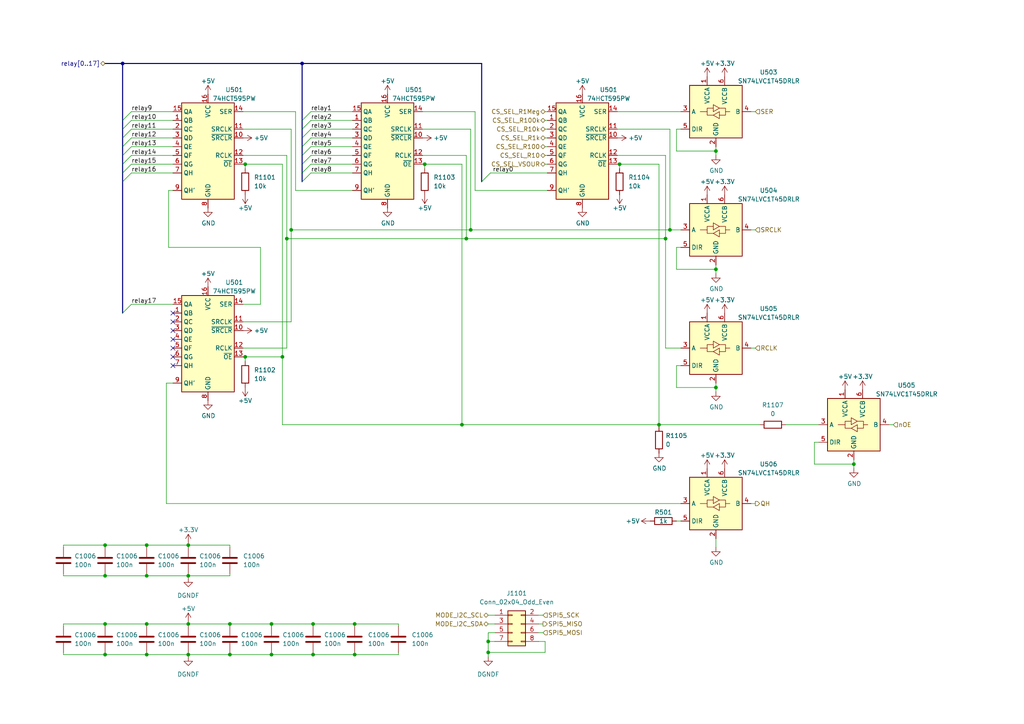
<source format=kicad_sch>
(kicad_sch (version 20230121) (generator eeschema)
  (paper "A4")
  (lib_symbols
    (symbol "74xx:74HCT595"
      (property "Reference" "U" (at -7.62 13.97 0))
      (property "Value" "74HCT595" (at -7.62 -16.51 0))
      (symbol "74HCT595_1_0"
        (pin tri_state line (at 10.16 7.62 180) (length 2.54) (name "QB") (number "1"))
        (pin input line (at -10.16 2.54 0) (length 2.54) (name "~{SRCLR}") (number "10"))
        (pin input line (at -10.16 5.08 0) (length 2.54) (name "SRCLK") (number "11"))
        (pin input line (at -10.16 -2.54 0) (length 2.54) (name "RCLK") (number "12"))
        (pin input line (at -10.16 -5.08 0) (length 2.54) (name "~{OE}") (number "13"))
        (pin input line (at -10.16 10.16 0) (length 2.54) (name "SER") (number "14"))
        (pin tri_state line (at 10.16 10.16 180) (length 2.54) (name "QA") (number "15"))
        (pin power_in line (at 0 15.24 270) (length 2.54) (name "VCC") (number "16"))
        (pin tri_state line (at 10.16 5.08 180) (length 2.54) (name "QC") (number "2"))
        (pin tri_state line (at 10.16 2.54 180) (length 2.54) (name "QD") (number "3"))
        (pin tri_state line (at 10.16 0 180) (length 2.54) (name "QE") (number "4"))
        (pin tri_state line (at 10.16 -2.54 180) (length 2.54) (name "QF") (number "5"))
        (pin tri_state line (at 10.16 -5.08 180) (length 2.54) (name "QG") (number "6"))
        (pin tri_state line (at 10.16 -7.62 180) (length 2.54) (name "QH") (number "7"))
        (pin power_in line (at 0 -17.78 90) (length 2.54) (name "GND") (number "8"))
        (pin output line (at 10.16 -12.7 180) (length 2.54) (name "QH'") (number "9"))
      )
      (symbol "74HCT595_1_1"
        (rectangle (start -7.62 12.7) (end 7.62 -15.24) (stroke (width 0.254)) (fill (type background)))
      )
    )
    (symbol "Connector_Generic:Conn_02x04_Odd_Even" (pin_names (offset 1.016) hide)
      (property "Reference" "J" (at 1.27 5.08 0))
      (property "Value" "Conn_02x04_Odd_Even" (at 1.27 -7.62 0))
      (symbol "Conn_02x04_Odd_Even_1_1"
        (rectangle (start -1.27 -4.953) (end 0 -5.207) (stroke (width 0.1524)))
        (rectangle (start -1.27 -2.413) (end 0 -2.667) (stroke (width 0.1524)))
        (rectangle (start -1.27 0.127) (end 0 -0.127) (stroke (width 0.1524)))
        (rectangle (start -1.27 2.667) (end 0 2.413) (stroke (width 0.1524)))
        (rectangle (start -1.27 3.81) (end 3.81 -6.35) (stroke (width 0.254)) (fill (type background)))
        (rectangle (start 3.81 -4.953) (end 2.54 -5.207) (stroke (width 0.1524)))
        (rectangle (start 3.81 -2.413) (end 2.54 -2.667) (stroke (width 0.1524)))
        (rectangle (start 3.81 0.127) (end 2.54 -0.127) (stroke (width 0.1524)))
        (rectangle (start 3.81 2.667) (end 2.54 2.413) (stroke (width 0.1524)))
        (pin passive line (at -5.08 2.54 0) (length 3.81) (name "Pin_1") (number "1"))
        (pin passive line (at 7.62 2.54 180) (length 3.81) (name "Pin_2") (number "2"))
        (pin passive line (at -5.08 0 0) (length 3.81) (name "Pin_3") (number "3"))
        (pin passive line (at 7.62 0 180) (length 3.81) (name "Pin_4") (number "4"))
        (pin passive line (at -5.08 -2.54 0) (length 3.81) (name "Pin_5") (number "5"))
        (pin passive line (at 7.62 -2.54 180) (length 3.81) (name "Pin_6") (number "6"))
        (pin passive line (at -5.08 -5.08 0) (length 3.81) (name "Pin_7") (number "7"))
        (pin passive line (at 7.62 -5.08 180) (length 3.81) (name "Pin_8") (number "8"))
      )
    )
    (symbol "Device:C" (pin_numbers hide) (pin_names (offset 0.254))
      (property "Reference" "C" (at 0.635 2.54 0))
      (property "Value" "C" (at 0.635 -2.54 0))
      (symbol "C_0_1"
        (polyline (pts (xy -2.032 -0.762) (xy 2.032 -0.762)) (stroke (width 0.508)))
        (polyline (pts (xy -2.032 0.762) (xy 2.032 0.762)) (stroke (width 0.508)))
      )
      (symbol "C_1_1"
        (pin passive line (at 0 3.81 270) (length 2.794) (name "~") (number "1"))
        (pin passive line (at 0 -3.81 90) (length 2.794) (name "~") (number "2"))
      )
    )
    (symbol "Device:R" (pin_numbers hide) (pin_names (offset 0))
      (property "Reference" "R" (at 2.032 0 90))
      (property "Value" "R" (at 0 0 90))
      (symbol "R_0_1"
        (rectangle (start -1.016 -2.54) (end 1.016 2.54) (stroke (width 0.254)))
      )
      (symbol "R_1_1"
        (pin passive line (at 0 3.81 270) (length 1.27) (name "~") (number "1"))
        (pin passive line (at 0 -3.81 90) (length 1.27) (name "~") (number "2"))
      )
    )
    (symbol "ETH1CREF1A:DGNDF" (power) (pin_names (offset 0))
      (property "Value" "DGNDF" (at 0 -3.81 0))
      (symbol "DGNDF_0_1"
        (polyline (pts (xy 0 0) (xy 0 -1.27) (xy 1.27 -1.27) (xy 0 -2.54) (xy -1.27 -1.27) (xy 0 -1.27)))
      )
      (symbol "DGNDF_1_1"
        (pin power_in line (at 0 0 270) (length 0) hide (name "DGNDF") (number "1"))
      )
    )
    (symbol "Logic_LevelTranslator:SN74LVC1T45DBV"
      (property "Reference" "U" (at -6.35 8.89 0))
      (property "Value" "SN74LVC1T45DBV" (at 3.81 8.89 0))
      (symbol "SN74LVC1T45DBV_0_1"
        (rectangle (start -7.62 7.62) (end 7.62 -7.62) (stroke (width 0.254)) (fill (type background)))
        (polyline (pts (xy -2.54 0) (xy -2.54 1.016) (xy -0.762 1.016)))
        (polyline (pts (xy 2.794 0) (xy 2.794 -1.016) (xy 1.016 -1.016)))
        (polyline (pts (xy -0.762 -1.016) (xy -2.54 -1.016) (xy -2.54 0) (xy -4.572 0)))
        (polyline (pts (xy -0.762 0) (xy -0.762 2.032) (xy 1.016 1.016) (xy -0.762 0)))
        (polyline (pts (xy 1.016 1.016) (xy 2.794 1.016) (xy 2.794 0) (xy 4.064 0)))
        (polyline (pts (xy 1.016 0) (xy 1.016 -1.778) (xy 1.016 -2.032) (xy -0.762 -1.016) (xy 1.016 0)))
      )
      (symbol "SN74LVC1T45DBV_1_1"
        (pin power_in line (at -2.54 10.16 270) (length 2.54) (name "VCCA") (number "1"))
        (pin power_in line (at 0 -10.16 90) (length 2.54) (name "GND") (number "2"))
        (pin bidirectional line (at -10.16 0 0) (length 2.54) (name "A") (number "3"))
        (pin bidirectional line (at 10.16 0 180) (length 2.54) (name "B") (number "4"))
        (pin input line (at -10.16 -5.08 0) (length 2.54) (name "DIR") (number "5"))
        (pin power_in line (at 2.54 10.16 270) (length 2.54) (name "VCCB") (number "6"))
      )
    )
    (symbol "power:+3.3V" (power) (pin_names (offset 0))
      (property "Value" "+3.3V" (at 0 3.556 0))
      (symbol "+3.3V_0_1"
        (polyline (pts (xy -0.762 1.27) (xy 0 2.54)))
        (polyline (pts (xy 0 0) (xy 0 2.54)))
        (polyline (pts (xy 0 2.54) (xy 0.762 1.27)))
      )
      (symbol "+3.3V_1_1"
        (pin power_in line (at 0 0 90) (length 0) hide (name "+3.3V") (number "1"))
      )
    )
    (symbol "power:+5V" (power) (pin_names (offset 0))
      (property "Value" "+5V" (at 0 3.556 0))
      (symbol "+5V_0_1"
        (polyline (pts (xy -0.762 1.27) (xy 0 2.54)))
        (polyline (pts (xy 0 0) (xy 0 2.54)))
        (polyline (pts (xy 0 2.54) (xy 0.762 1.27)))
      )
      (symbol "+5V_1_1"
        (pin power_in line (at 0 0 90) (length 0) hide (name "+5V") (number "1"))
      )
    )
    (symbol "power:GND" (power) (pin_names (offset 0))
      (property "Value" "GND" (at 0 -3.81 0))
      (symbol "GND_0_1"
        (polyline (pts (xy 0 0) (xy 0 -1.27) (xy 1.27 -1.27) (xy 0 -2.54) (xy -1.27 -1.27) (xy 0 -1.27)))
      )
      (symbol "GND_1_1"
        (pin power_in line (at 0 0 270) (length 0) hide (name "GND") (number "1"))
      )
    )
  )
  (junction (at 102.87 189.865))
  (junction (at 54.61 180.975))
  (junction (at 194.31 66.675))
  (junction (at 83.185 69.215))
  (junction (at 207.645 78.105))
  (junction (at 42.545 180.975))
  (junction (at 135.255 69.215))
  (junction (at 30.48 167.005))
  (junction (at 207.645 43.815))
  (junction (at 42.545 158.115))
  (junction (at 84.455 66.675))
  (junction (at 30.48 189.865))
  (junction (at 81.915 103.505))
  (junction (at 71.12 47.625))
  (junction (at 71.12 103.505))
  (junction (at 42.545 189.865))
  (junction (at 123.19 47.625))
  (junction (at 136.525 66.675))
  (junction (at 141.605 186.055))
  (junction (at 42.545 167.005))
  (junction (at 141.605 189.23))
  (junction (at 78.74 189.865))
  (junction (at 54.61 189.865))
  (junction (at 90.805 189.865))
  (junction (at 87.63 18.415))
  (junction (at 30.48 180.975))
  (junction (at 102.87 180.975))
  (junction (at 133.985 123.19))
  (junction (at 54.61 167.005))
  (junction (at 66.675 189.865))
  (junction (at 54.61 158.115))
  (junction (at 193.04 69.215))
  (junction (at 247.65 134.62))
  (junction (at 90.805 180.975))
  (junction (at 35.56 18.415))
  (junction (at 78.74 180.975))
  (junction (at 191.135 123.19))
  (junction (at 66.675 180.975))
  (junction (at 179.705 47.625))
  (junction (at 30.48 158.115))
  (junction (at 207.645 112.395))
  (no_connect (at 50.165 93.345))
  (no_connect (at 50.165 106.045))
  (no_connect (at 50.165 98.425))
  (no_connect (at 50.165 90.805))
  (no_connect (at 50.165 100.965))
  (no_connect (at 50.165 103.505))
  (no_connect (at 50.165 95.885))
  (bus_entry (at 87.63 50.165) (size 2.54 -2.54))
  (bus_entry (at 35.56 90.805) (size 2.54 -2.54))
  (bus_entry (at 87.63 34.925) (size 2.54 -2.54))
  (bus_entry (at 139.7 52.705) (size 2.54 -2.54))
  (bus_entry (at 87.63 37.465) (size 2.54 -2.54))
  (bus_entry (at 35.56 40.005) (size 2.54 -2.54))
  (bus_entry (at 35.56 47.625) (size 2.54 -2.54))
  (bus_entry (at 35.56 52.705) (size 2.54 -2.54))
  (bus_entry (at 87.63 47.625) (size 2.54 -2.54))
  (bus_entry (at 87.63 45.085) (size 2.54 -2.54))
  (bus_entry (at 35.56 34.925) (size 2.54 -2.54))
  (bus_entry (at 35.56 37.465) (size 2.54 -2.54))
  (bus_entry (at 87.63 42.545) (size 2.54 -2.54))
  (bus_entry (at 87.63 52.705) (size 2.54 -2.54))
  (bus_entry (at 35.56 45.085) (size 2.54 -2.54))
  (bus_entry (at 35.56 42.545) (size 2.54 -2.54))
  (bus_entry (at 35.56 50.165) (size 2.54 -2.54))
  (bus_entry (at 87.63 40.005) (size 2.54 -2.54))
  (wire (pts (xy 179.07 45.085) (xy 193.04 45.085)))
  (wire (pts (xy 158.75 42.545) (xy 158.115 42.545)))
  (wire (pts (xy 247.65 133.35) (xy 247.65 134.62)))
  (wire (pts (xy 141.605 189.23) (xy 158.115 189.23)))
  (wire (pts (xy 196.215 112.395) (xy 196.215 106.045)))
  (wire (pts (xy 207.645 43.815) (xy 196.215 43.815)))
  (wire (pts (xy 197.485 151.13) (xy 196.215 151.13)))
  (wire (pts (xy 207.645 111.125) (xy 207.645 112.395)))
  (wire (pts (xy 207.645 112.395) (xy 196.215 112.395)))
  (wire (pts (xy 259.08 123.19) (xy 257.81 123.19)))
  (wire (pts (xy 84.455 66.675) (xy 136.525 66.675)))
  (wire (pts (xy 133.985 123.19) (xy 81.915 123.19)))
  (wire (pts (xy 133.985 47.625) (xy 123.19 47.625)))
  (wire (pts (xy 135.255 69.215) (xy 193.04 69.215)))
  (wire (pts (xy 137.795 32.385) (xy 122.555 32.385)))
  (wire (pts (xy 30.48 158.75) (xy 30.48 158.115)))
  (wire (pts (xy 30.48 181.61) (xy 30.48 180.975)))
  (wire (pts (xy 54.61 167.005) (xy 54.61 167.64)))
  (wire (pts (xy 54.61 166.37) (xy 54.61 167.005)))
  (wire (pts (xy 102.87 189.865) (xy 115.57 189.865)))
  (wire (pts (xy 83.185 69.215) (xy 83.185 100.965)))
  (wire (pts (xy 42.545 189.23) (xy 42.545 189.865)))
  (wire (pts (xy 141.605 189.23) (xy 141.605 186.055)))
  (wire (pts (xy 83.185 45.085) (xy 83.185 69.215)))
  (wire (pts (xy 158.115 186.055) (xy 156.21 186.055)))
  (wire (pts (xy 54.61 157.48) (xy 54.61 158.115)))
  (wire (pts (xy 219.075 32.385) (xy 217.805 32.385)))
  (wire (pts (xy 123.19 48.895) (xy 123.19 47.625)))
  (wire (pts (xy 133.985 123.19) (xy 133.985 47.625)))
  (wire (pts (xy 78.74 181.61) (xy 78.74 180.975)))
  (wire (pts (xy 71.12 47.625) (xy 70.485 47.625)))
  (wire (pts (xy 30.48 167.005) (xy 42.545 167.005)))
  (wire (pts (xy 193.04 45.085) (xy 193.04 69.215)))
  (wire (pts (xy 54.61 180.975) (xy 42.545 180.975)))
  (wire (pts (xy 115.57 189.865) (xy 115.57 189.23)))
  (wire (pts (xy 71.12 48.895) (xy 71.12 47.625)))
  (wire (pts (xy 137.795 55.245) (xy 137.795 32.385)))
  (wire (pts (xy 50.165 55.245) (xy 48.895 55.245)))
  (wire (pts (xy 75.565 71.755) (xy 75.565 88.265)))
  (wire (pts (xy 136.525 66.675) (xy 136.525 37.465)))
  (wire (pts (xy 102.87 181.61) (xy 102.87 180.975)))
  (wire (pts (xy 90.17 32.385) (xy 102.235 32.385)))
  (wire (pts (xy 30.48 189.23) (xy 30.48 189.865)))
  (wire (pts (xy 142.24 50.165) (xy 158.75 50.165)))
  (bus (pts (xy 87.63 47.625) (xy 87.63 50.165)))
  (wire (pts (xy 141.605 183.515) (xy 143.51 183.515)))
  (wire (pts (xy 179.07 37.465) (xy 194.31 37.465)))
  (wire (pts (xy 42.545 180.975) (xy 30.48 180.975)))
  (wire (pts (xy 158.115 189.23) (xy 158.115 186.055)))
  (wire (pts (xy 38.1 32.385) (xy 50.165 32.385)))
  (wire (pts (xy 197.485 37.465) (xy 196.215 37.465)))
  (wire (pts (xy 84.455 93.345) (xy 84.455 66.675)))
  (wire (pts (xy 78.74 189.865) (xy 90.805 189.865)))
  (wire (pts (xy 71.12 103.505) (xy 70.485 103.505)))
  (wire (pts (xy 141.605 178.435) (xy 143.51 178.435)))
  (wire (pts (xy 30.48 189.865) (xy 42.545 189.865)))
  (bus (pts (xy 35.56 47.625) (xy 35.56 45.085)))
  (wire (pts (xy 196.215 43.815) (xy 196.215 37.465)))
  (wire (pts (xy 207.645 156.21) (xy 207.645 158.75)))
  (wire (pts (xy 48.895 55.245) (xy 48.895 71.755)))
  (wire (pts (xy 102.235 55.245) (xy 85.725 55.245)))
  (wire (pts (xy 227.965 123.19) (xy 237.49 123.19)))
  (wire (pts (xy 54.61 189.23) (xy 54.61 189.865)))
  (wire (pts (xy 38.1 37.465) (xy 50.165 37.465)))
  (wire (pts (xy 71.12 103.505) (xy 81.915 103.505)))
  (wire (pts (xy 66.675 181.61) (xy 66.675 180.975)))
  (wire (pts (xy 90.17 40.005) (xy 102.235 40.005)))
  (wire (pts (xy 38.1 40.005) (xy 50.165 40.005)))
  (wire (pts (xy 66.675 158.115) (xy 66.675 158.75)))
  (wire (pts (xy 48.895 71.755) (xy 75.565 71.755)))
  (wire (pts (xy 54.61 158.75) (xy 54.61 158.115)))
  (wire (pts (xy 70.485 93.345) (xy 84.455 93.345)))
  (wire (pts (xy 90.17 47.625) (xy 102.235 47.625)))
  (bus (pts (xy 87.63 37.465) (xy 87.63 40.005)))
  (wire (pts (xy 219.075 100.965) (xy 217.805 100.965)))
  (wire (pts (xy 193.04 69.215) (xy 193.04 100.965)))
  (wire (pts (xy 42.545 158.115) (xy 30.48 158.115)))
  (wire (pts (xy 194.31 66.675) (xy 194.31 37.465)))
  (wire (pts (xy 30.48 158.115) (xy 18.415 158.115)))
  (wire (pts (xy 38.1 34.925) (xy 50.165 34.925)))
  (wire (pts (xy 84.455 66.675) (xy 84.455 37.465)))
  (wire (pts (xy 158.75 45.085) (xy 158.115 45.085)))
  (wire (pts (xy 54.61 158.115) (xy 66.675 158.115)))
  (wire (pts (xy 83.185 69.215) (xy 135.255 69.215)))
  (wire (pts (xy 158.75 37.465) (xy 158.115 37.465)))
  (wire (pts (xy 158.75 40.005) (xy 158.115 40.005)))
  (wire (pts (xy 78.74 189.23) (xy 78.74 189.865)))
  (bus (pts (xy 35.56 52.705) (xy 35.56 50.165)))
  (wire (pts (xy 42.545 158.75) (xy 42.545 158.115)))
  (wire (pts (xy 90.17 50.165) (xy 102.235 50.165)))
  (wire (pts (xy 90.805 180.975) (xy 78.74 180.975)))
  (bus (pts (xy 87.63 18.415) (xy 87.63 34.925)))
  (wire (pts (xy 54.61 189.865) (xy 66.675 189.865)))
  (wire (pts (xy 54.61 180.34) (xy 54.61 180.975)))
  (bus (pts (xy 35.56 52.705) (xy 35.56 90.805)))
  (wire (pts (xy 136.525 37.465) (xy 122.555 37.465)))
  (wire (pts (xy 90.17 42.545) (xy 102.235 42.545)))
  (wire (pts (xy 197.485 71.755) (xy 196.215 71.755)))
  (wire (pts (xy 85.725 32.385) (xy 70.485 32.385)))
  (wire (pts (xy 90.805 189.865) (xy 102.87 189.865)))
  (wire (pts (xy 30.48 166.37) (xy 30.48 167.005)))
  (bus (pts (xy 35.56 50.165) (xy 35.56 47.625)))
  (wire (pts (xy 38.1 88.265) (xy 50.165 88.265)))
  (wire (pts (xy 18.415 166.37) (xy 18.415 167.005)))
  (wire (pts (xy 54.61 181.61) (xy 54.61 180.975)))
  (wire (pts (xy 236.22 134.62) (xy 236.22 128.27)))
  (wire (pts (xy 81.915 47.625) (xy 71.12 47.625)))
  (bus (pts (xy 35.56 42.545) (xy 35.56 40.005)))
  (wire (pts (xy 18.415 189.865) (xy 30.48 189.865)))
  (wire (pts (xy 158.75 55.245) (xy 137.795 55.245)))
  (wire (pts (xy 18.415 167.005) (xy 30.48 167.005)))
  (wire (pts (xy 207.645 76.835) (xy 207.645 78.105)))
  (wire (pts (xy 158.115 47.625) (xy 158.75 47.625)))
  (wire (pts (xy 135.255 69.215) (xy 135.255 45.085)))
  (wire (pts (xy 122.555 45.085) (xy 135.255 45.085)))
  (wire (pts (xy 158.75 32.385) (xy 158.115 32.385)))
  (wire (pts (xy 207.645 42.545) (xy 207.645 43.815)))
  (wire (pts (xy 115.57 180.975) (xy 102.87 180.975)))
  (wire (pts (xy 66.675 189.23) (xy 66.675 189.865)))
  (wire (pts (xy 54.61 158.115) (xy 42.545 158.115)))
  (wire (pts (xy 157.48 183.515) (xy 156.21 183.515)))
  (bus (pts (xy 87.63 45.085) (xy 87.63 47.625)))
  (wire (pts (xy 84.455 37.465) (xy 70.485 37.465)))
  (wire (pts (xy 48.26 111.125) (xy 50.165 111.125)))
  (wire (pts (xy 136.525 66.675) (xy 194.31 66.675)))
  (wire (pts (xy 66.675 189.865) (xy 78.74 189.865)))
  (wire (pts (xy 70.485 100.965) (xy 83.185 100.965)))
  (wire (pts (xy 207.645 78.105) (xy 196.215 78.105)))
  (wire (pts (xy 90.805 181.61) (xy 90.805 180.975)))
  (wire (pts (xy 38.1 47.625) (xy 50.165 47.625)))
  (wire (pts (xy 81.915 123.19) (xy 81.915 103.505)))
  (wire (pts (xy 54.61 189.865) (xy 54.61 190.5)))
  (bus (pts (xy 30.48 18.415) (xy 35.56 18.415)))
  (wire (pts (xy 66.675 180.975) (xy 54.61 180.975)))
  (wire (pts (xy 71.12 104.775) (xy 71.12 103.505)))
  (wire (pts (xy 38.1 45.085) (xy 50.165 45.085)))
  (wire (pts (xy 102.87 189.865) (xy 102.87 189.23)))
  (bus (pts (xy 87.63 50.165) (xy 87.63 52.705)))
  (bus (pts (xy 35.56 18.415) (xy 35.56 34.925)))
  (wire (pts (xy 81.915 103.505) (xy 81.915 47.625)))
  (bus (pts (xy 87.63 34.925) (xy 87.63 37.465)))
  (wire (pts (xy 207.645 78.105) (xy 207.645 79.375)))
  (wire (pts (xy 157.48 180.975) (xy 156.21 180.975)))
  (wire (pts (xy 141.605 186.055) (xy 141.605 183.515)))
  (wire (pts (xy 83.185 45.085) (xy 70.485 45.085)))
  (wire (pts (xy 141.605 180.975) (xy 143.51 180.975)))
  (wire (pts (xy 196.215 78.105) (xy 196.215 71.755)))
  (wire (pts (xy 85.725 55.245) (xy 85.725 32.385)))
  (wire (pts (xy 191.135 47.625) (xy 179.705 47.625)))
  (wire (pts (xy 219.075 66.675) (xy 217.805 66.675)))
  (wire (pts (xy 158.75 34.925) (xy 158.115 34.925)))
  (wire (pts (xy 42.545 167.005) (xy 54.61 167.005)))
  (bus (pts (xy 87.63 42.545) (xy 87.63 45.085)))
  (bus (pts (xy 35.56 45.085) (xy 35.56 42.545)))
  (wire (pts (xy 237.49 128.27) (xy 236.22 128.27)))
  (bus (pts (xy 87.63 40.005) (xy 87.63 42.545)))
  (wire (pts (xy 191.135 123.19) (xy 220.345 123.19)))
  (bus (pts (xy 35.56 18.415) (xy 87.63 18.415)))
  (bus (pts (xy 139.7 52.705) (xy 139.7 18.415)))
  (bus (pts (xy 35.56 40.005) (xy 35.56 37.465)))
  (wire (pts (xy 157.48 178.435) (xy 156.21 178.435)))
  (wire (pts (xy 48.26 111.125) (xy 48.26 146.05)))
  (wire (pts (xy 191.135 123.19) (xy 133.985 123.19)))
  (wire (pts (xy 197.485 106.045) (xy 196.215 106.045)))
  (wire (pts (xy 54.61 167.005) (xy 66.675 167.005)))
  (wire (pts (xy 38.1 50.165) (xy 50.165 50.165)))
  (wire (pts (xy 18.415 180.975) (xy 18.415 181.61)))
  (wire (pts (xy 247.65 134.62) (xy 236.22 134.62)))
  (wire (pts (xy 207.645 112.395) (xy 207.645 113.665)))
  (wire (pts (xy 42.545 189.865) (xy 54.61 189.865)))
  (wire (pts (xy 141.605 186.055) (xy 143.51 186.055)))
  (wire (pts (xy 78.74 180.975) (xy 66.675 180.975)))
  (wire (pts (xy 18.415 158.115) (xy 18.415 158.75)))
  (wire (pts (xy 193.04 100.965) (xy 197.485 100.965)))
  (wire (pts (xy 90.17 34.925) (xy 102.235 34.925)))
  (wire (pts (xy 90.17 45.085) (xy 102.235 45.085)))
  (wire (pts (xy 123.19 47.625) (xy 122.555 47.625)))
  (wire (pts (xy 66.675 166.37) (xy 66.675 167.005)))
  (wire (pts (xy 197.485 146.05) (xy 48.26 146.05)))
  (wire (pts (xy 179.705 47.625) (xy 179.07 47.625)))
  (wire (pts (xy 42.545 181.61) (xy 42.545 180.975)))
  (wire (pts (xy 219.075 146.05) (xy 217.805 146.05)))
  (wire (pts (xy 102.87 180.975) (xy 90.805 180.975)))
  (wire (pts (xy 42.545 166.37) (xy 42.545 167.005)))
  (wire (pts (xy 30.48 180.975) (xy 18.415 180.975)))
  (wire (pts (xy 247.65 134.62) (xy 247.65 135.89)))
  (wire (pts (xy 207.645 43.815) (xy 207.645 45.085)))
  (wire (pts (xy 179.07 32.385) (xy 197.485 32.385)))
  (bus (pts (xy 139.7 18.415) (xy 87.63 18.415)))
  (wire (pts (xy 141.605 190.5) (xy 141.605 189.23)))
  (wire (pts (xy 179.705 48.895) (xy 179.705 47.625)))
  (wire (pts (xy 38.1 42.545) (xy 50.165 42.545)))
  (wire (pts (xy 90.805 189.23) (xy 90.805 189.865)))
  (wire (pts (xy 75.565 88.265) (xy 70.485 88.265)))
  (wire (pts (xy 90.17 37.465) (xy 102.235 37.465)))
  (wire (pts (xy 191.135 123.19) (xy 191.135 47.625)))
  (wire (pts (xy 115.57 181.61) (xy 115.57 180.975)))
  (bus (pts (xy 35.56 34.925) (xy 35.56 37.465)))
  (wire (pts (xy 18.415 189.23) (xy 18.415 189.865)))
  (wire (pts (xy 194.31 66.675) (xy 197.485 66.675)))
  (wire (pts (xy 191.135 123.19) (xy 191.135 123.825)))
  (label "relay9" (at 38.1 32.385 0))
  (label "relay13" (at 38.1 42.545 0))
  (label "relay15" (at 38.1 47.625 0))
  (label "relay0" (at 142.875 50.165 0))
  (label "relay7" (at 90.17 47.625 0))
  (label "relay17" (at 38.1 88.265 0))
  (label "relay12" (at 38.1 40.005 0))
  (label "relay16" (at 38.1 50.165 0))
  (label "relay6" (at 90.17 45.085 0))
  (label "relay1" (at 90.17 32.385 0))
  (label "relay10" (at 38.1 34.925 0))
  (label "relay14" (at 38.1 45.085 0))
  (label "relay3" (at 90.17 37.465 0))
  (label "relay4" (at 90.17 40.005 0))
  (label "relay8" (at 90.17 50.165 0))
  (label "relay11" (at 38.1 37.465 0))
  (label "relay2" (at 90.17 34.925 0))
  (label "relay5" (at 90.17 42.545 0))
  (hierarchical_label "CS_SEL_R100" (shape bidirectional) (at 158.115 42.545 180))
  (hierarchical_label "QH" (shape output) (at 219.075 146.05 0))
  (hierarchical_label "SPI5_MISO" (shape output) (at 157.48 180.975 0))
  (hierarchical_label "SRCLK" (shape input) (at 219.075 66.675 0))
  (hierarchical_label "CS_SEL_R10k" (shape bidirectional) (at 158.115 37.465 180))
  (hierarchical_label "MODE_I2C_SCL" (shape bidirectional) (at 141.605 178.435 180))
  (hierarchical_label "RCLK" (shape input) (at 219.075 100.965 0))
  (hierarchical_label "relay[0..17]" (shape bidirectional) (at 30.48 18.415 180))
  (hierarchical_label "nOE" (shape input) (at 259.08 123.19 0))
  (hierarchical_label "MODE_I2C_SDA" (shape bidirectional) (at 141.605 180.975 180))
  (hierarchical_label "CS_SEL_R100k" (shape bidirectional) (at 158.115 34.925 180))
  (hierarchical_label "SPI5_SCK" (shape input) (at 157.48 178.435 0))
  (hierarchical_label "SPI5_MOSI" (shape input) (at 157.48 183.515 0))
  (hierarchical_label "CS_SEL_R1Meg" (shape bidirectional) (at 158.115 32.385 180))
  (hierarchical_label "CS_SEL_VSOUR" (shape bidirectional) (at 158.115 47.625 180))
  (hierarchical_label "CS_SEL_R1k" (shape bidirectional) (at 158.115 40.005 180))
  (hierarchical_label "SER" (shape input) (at 219.075 32.385 0))
  (hierarchical_label "CS_SEL_R10" (shape bidirectional) (at 158.115 45.085 180))
  (symbol (lib_id "power:+5V") (at 70.485 40.005 270) (unit 1)
    (property "Reference" "#PWR0507" (effects hide))
    (property "Value" "+5V" (at 73.66 40.005 90) (effects (justify left)))
    (instances (project "ETH1CSMU2" (path "" (reference "#PWR0507") (unit 1))) (project "ETH1CREF1A" (path "" (reference "#PWR01109") (unit 1))))
  )
  (symbol (lib_id "power:GND") (at 168.91 60.325 0) (unit 1)
    (property "Reference" "#PWR0504" (effects hide))
    (property "Value" "GND" (at 169.037 64.7192 0))
    (instances (project "ETH1CSMU2" (path "" (reference "#PWR0504") (unit 1))) (project "ETH1CREF1A" (path "" (reference "#PWR01119") (unit 1))))
  )
  (symbol (lib_id "Device:C") (at 18.415 162.56 0) (unit 1)
    (property "Reference" "C1006" (at 21.59 161.29 0) (effects (justify left)))
    (property "Value" "100n" (at 21.59 163.83 0) (effects (justify left)))
    (property "Footprint" "Capacitor_SMD:C_0603_1608Metric_Pad1.08x0.95mm_HandSolder" (effects hide))
    (instances (project "ETH1CREF1A" (path "" (reference "C1006") (unit 1)) (path "" (reference "C1101") (unit 1))))
  )
  (symbol (lib_id "Device:C") (at 30.48 162.56 0) (unit 1)
    (property "Reference" "C1006" (at 33.655 161.29 0) (effects (justify left)))
    (property "Value" "100n" (at 33.655 163.83 0) (effects (justify left)))
    (property "Footprint" "Capacitor_SMD:C_0603_1608Metric_Pad1.08x0.95mm_HandSolder" (effects hide))
    (instances (project "ETH1CREF1A" (path "" (reference "C1006") (unit 1)) (path "" (reference "C1103") (unit 1))))
  )
  (symbol (lib_id "power:+3.3V") (at 54.61 157.48 0) (unit 1)
    (property "Reference" "#PWR0525" (effects hide))
    (property "Value" "+3.3V" (at 54.61 153.67 0))
    (instances (project "ETH1CSMU2" (path "" (reference "#PWR0525") (unit 1))) (project "ETH1CREF1A" (path "" (reference "#PWR01101") (unit 1))))
  )
  (symbol (lib_id "power:+3.3V") (at 210.185 56.515 0) (unit 1)
    (property "Reference" "#PWR0523" (effects hide))
    (property "Value" "+3.3V" (at 210.185 52.705 0))
    (instances (project "ETH1CSMU2" (path "" (reference "#PWR0523") (unit 1))) (project "ETH1CREF1A" (path "" (reference "#PWR01133") (unit 1))))
  )
  (symbol (lib_id "Device:C") (at 102.87 185.42 0) (unit 1)
    (property "Reference" "C1006" (at 106.68 184.15 0) (effects (justify left)))
    (property "Value" "100n" (at 106.68 186.69 0) (effects (justify left)))
    (property "Footprint" "Capacitor_SMD:C_0603_1608Metric_Pad1.08x0.95mm_HandSolder" (effects hide))
    (instances (project "ETH1CREF1A" (path "" (reference "C1006") (unit 1)) (path "" (reference "C1113") (unit 1))))
  )
  (symbol (lib_id "power:+5V") (at 245.11 113.03 0) (unit 1)
    (property "Reference" "#PWR0516" (effects hide))
    (property "Value" "+5V" (at 245.11 109.22 0))
    (instances (project "ETH1CSMU2" (path "" (reference "#PWR0516") (unit 1))) (project "ETH1CREF1A" (path "" (reference "#PWR01136") (unit 1))))
  )
  (symbol (lib_id "Device:R") (at 179.705 52.705 0) (unit 1)
    (property "Reference" "R1104" (at 182.245 51.435 0) (effects (justify left)))
    (property "Value" "10k" (at 182.245 53.975 0) (effects (justify left)))
    (property "Footprint" "Resistor_SMD:R_0603_1608Metric_Pad0.98x0.95mm_HandSolder" (effects hide))
  )
  (symbol (lib_id "Logic_LevelTranslator:SN74LVC1T45DBV") (at 247.65 123.19 0) (unit 1)
    (property "Reference" "U505" (at 260.35 111.76 0) (effects (justify left)))
    (property "Value" "SN74LVC1T45DRLR" (at 254 114.3 0) (effects (justify left)))
    (property "Footprint" "Package_TO_SOT_SMD:SOT-23-6" (effects hide))
    (property "Datasheet" "http://www.ti.com/lit/ds/symlink/sn74lvc1t45.pdf" (effects hide))
    (instances (project "ETH1CSMU2" (path "" (reference "U505") (unit 1))) (project "ETH1CREF1A" (path "" (reference "U1109") (unit 1))))
  )
  (symbol (lib_id "power:+5V") (at 205.105 56.515 0) (unit 1)
    (property "Reference" "#PWR0515" (effects hide))
    (property "Value" "+5V" (at 205.105 52.705 0))
    (instances (project "ETH1CSMU2" (path "" (reference "#PWR0515") (unit 1))) (project "ETH1CREF1A" (path "" (reference "#PWR01125") (unit 1))))
  )
  (symbol (lib_id "power:+5V") (at 60.325 27.305 0) (unit 1)
    (property "Reference" "#PWR0503" (effects hide))
    (property "Value" "+5V" (at 60.325 23.495 0))
    (instances (project "ETH1CSMU2" (path "" (reference "#PWR0503") (unit 1))) (project "ETH1CREF1A" (path "" (reference "#PWR01105") (unit 1))))
  )
  (symbol (lib_id "Device:R") (at 71.12 108.585 0) (unit 1)
    (property "Reference" "R1102" (at 73.66 107.315 0) (effects (justify left)))
    (property "Value" "10k" (at 73.66 109.855 0) (effects (justify left)))
    (property "Footprint" "Resistor_SMD:R_0603_1608Metric_Pad0.98x0.95mm_HandSolder" (effects hide))
  )
  (symbol (lib_id "power:+5V") (at 71.12 112.395 180) (unit 1)
    (property "Reference" "#PWR0503" (effects hide))
    (property "Value" "+5V" (at 71.12 116.205 0))
    (instances (project "ETH1CSMU2" (path "" (reference "#PWR0503") (unit 1))) (project "ETH1CREF1A" (path "" (reference "#PWR01112") (unit 1))))
  )
  (symbol (lib_id "power:+5V") (at 123.19 56.515 180) (unit 1)
    (property "Reference" "#PWR0503" (effects hide))
    (property "Value" "+5V" (at 123.19 60.325 0))
    (instances (project "ETH1CSMU2" (path "" (reference "#PWR0503") (unit 1))) (project "ETH1CREF1A" (path "" (reference "#PWR01116") (unit 1))))
  )
  (symbol (lib_id "Logic_LevelTranslator:SN74LVC1T45DBV") (at 207.645 66.675 0) (unit 1)
    (property "Reference" "U504" (at 220.345 55.245 0) (effects (justify left)))
    (property "Value" "SN74LVC1T45DRLR" (at 213.995 57.785 0) (effects (justify left)))
    (property "Footprint" "Package_TO_SOT_SMD:SOT-23-6" (effects hide))
    (property "Datasheet" "http://www.ti.com/lit/ds/symlink/sn74lvc1t45.pdf" (effects hide))
    (instances (project "ETH1CSMU2" (path "" (reference "U504") (unit 1))) (project "ETH1CREF1A" (path "" (reference "U1106") (unit 1))))
  )
  (symbol (lib_id "power:+5V") (at 122.555 40.005 270) (unit 1)
    (property "Reference" "#PWR0507" (effects hide))
    (property "Value" "+5V" (at 125.73 40.005 90) (effects (justify left)))
    (instances (project "ETH1CSMU2" (path "" (reference "#PWR0507") (unit 1))) (project "ETH1CREF1A" (path "" (reference "#PWR01115") (unit 1))))
  )
  (symbol (lib_id "power:GND") (at 207.645 45.085 0) (unit 1)
    (property "Reference" "#PWR0518" (effects hide))
    (property "Value" "GND" (at 207.772 49.4792 0))
    (instances (project "ETH1CSMU2" (path "" (reference "#PWR0518") (unit 1))) (project "ETH1CREF1A" (path "" (reference "#PWR01128") (unit 1))))
  )
  (symbol (lib_id "ETH1CREF1A:DGNDF") (at 141.605 190.5 0) (unit 1)
    (property "Reference" "#PWR01117" (effects hide))
    (property "Value" "DGNDF" (at 141.605 195.58 0))
  )
  (symbol (lib_id "Device:R") (at 224.155 123.19 90) (unit 1)
    (property "Reference" "R1107" (at 224.155 117.475 90))
    (property "Value" "0" (at 224.155 120.015 90))
    (property "Footprint" "Resistor_SMD:R_0603_1608Metric_Pad0.98x0.95mm_HandSolder" (effects hide))
  )
  (symbol (lib_id "power:+5V") (at 205.105 22.225 0) (unit 1)
    (property "Reference" "#PWR0514" (effects hide))
    (property "Value" "+5V" (at 205.105 18.415 0))
    (instances (project "ETH1CSMU2" (path "" (reference "#PWR0514") (unit 1))) (project "ETH1CREF1A" (path "" (reference "#PWR01124") (unit 1))))
  )
  (symbol (lib_id "Device:C") (at 42.545 162.56 0) (unit 1)
    (property "Reference" "C1006" (at 45.72 161.29 0) (effects (justify left)))
    (property "Value" "100n" (at 45.72 163.83 0) (effects (justify left)))
    (property "Footprint" "Capacitor_SMD:C_0603_1608Metric_Pad1.08x0.95mm_HandSolder" (effects hide))
    (instances (project "ETH1CREF1A" (path "" (reference "C1006") (unit 1)) (path "" (reference "C1105") (unit 1))))
  )
  (symbol (lib_id "Device:C") (at 18.415 185.42 0) (unit 1)
    (property "Reference" "C1006" (at 21.59 184.15 0) (effects (justify left)))
    (property "Value" "100n" (at 21.59 186.69 0) (effects (justify left)))
    (property "Footprint" "Capacitor_SMD:C_0603_1608Metric_Pad1.08x0.95mm_HandSolder" (effects hide))
    (instances (project "ETH1CREF1A" (path "" (reference "C1006") (unit 1)) (path "" (reference "C1102") (unit 1))))
  )
  (symbol (lib_id "power:GND") (at 191.135 131.445 0) (unit 1)
    (property "Reference" "#PWR0521" (effects hide))
    (property "Value" "GND" (at 191.262 135.8392 0))
    (instances (project "ETH1CSMU2" (path "" (reference "#PWR0521") (unit 1))) (project "ETH1CREF1A" (path "" (reference "#PWR01123") (unit 1))))
  )
  (symbol (lib_id "Device:C") (at 54.61 162.56 0) (unit 1)
    (property "Reference" "C1006" (at 57.785 161.29 0) (effects (justify left)))
    (property "Value" "100n" (at 57.785 163.83 0) (effects (justify left)))
    (property "Footprint" "Capacitor_SMD:C_0603_1608Metric_Pad1.08x0.95mm_HandSolder" (effects hide))
    (instances (project "ETH1CREF1A" (path "" (reference "C1006") (unit 1)) (path "" (reference "C1107") (unit 1))))
  )
  (symbol (lib_id "Connector_Generic:Conn_02x04_Odd_Even") (at 148.59 180.975 0) (unit 1)
    (property "Reference" "J1101" (at 149.86 172.085 0))
    (property "Value" "Conn_02x04_Odd_Even" (at 149.86 174.625 0))
    (property "Footprint" "Connector_PinHeader_2.54mm:PinHeader_2x04_P2.54mm_Vertical" (effects hide))
  )
  (symbol (lib_id "Logic_LevelTranslator:SN74LVC1T45DBV") (at 207.645 100.965 0) (unit 1)
    (property "Reference" "U505" (at 220.345 89.535 0) (effects (justify left)))
    (property "Value" "SN74LVC1T45DRLR" (at 213.995 92.075 0) (effects (justify left)))
    (property "Footprint" "Package_TO_SOT_SMD:SOT-23-6" (effects hide))
    (property "Datasheet" "http://www.ti.com/lit/ds/symlink/sn74lvc1t45.pdf" (effects hide))
    (instances (project "ETH1CSMU2" (path "" (reference "U505") (unit 1))) (project "ETH1CREF1A" (path "" (reference "U1107") (unit 1))))
  )
  (symbol (lib_id "power:GND") (at 247.65 135.89 0) (unit 1)
    (property "Reference" "#PWR0520" (effects hide))
    (property "Value" "GND" (at 247.777 140.2842 0))
    (instances (project "ETH1CSMU2" (path "" (reference "#PWR0520") (unit 1))) (project "ETH1CREF1A" (path "" (reference "#PWR01137") (unit 1))))
  )
  (symbol (lib_id "ETH1CREF1A:DGNDF") (at 54.61 190.5 0) (unit 1)
    (property "Reference" "#PWR01104" (effects hide))
    (property "Value" "DGNDF" (at 54.61 195.58 0))
  )
  (symbol (lib_id "power:+5V") (at 205.105 135.89 0) (unit 1)
    (property "Reference" "#PWR0517" (effects hide))
    (property "Value" "+5V" (at 205.105 132.08 0))
    (instances (project "ETH1CSMU2" (path "" (reference "#PWR0517") (unit 1))) (project "ETH1CREF1A" (path "" (reference "#PWR01127") (unit 1))))
  )
  (symbol (lib_id "power:GND") (at 207.645 158.75 0) (unit 1)
    (property "Reference" "#PWR0521" (effects hide))
    (property "Value" "GND" (at 207.772 163.1442 0))
    (instances (project "ETH1CSMU2" (path "" (reference "#PWR0521") (unit 1))) (project "ETH1CREF1A" (path "" (reference "#PWR01131") (unit 1))))
  )
  (symbol (lib_id "power:GND") (at 207.645 113.665 0) (unit 1)
    (property "Reference" "#PWR0520" (effects hide))
    (property "Value" "GND" (at 207.772 118.0592 0))
    (instances (project "ETH1CSMU2" (path "" (reference "#PWR0520") (unit 1))) (project "ETH1CREF1A" (path "" (reference "#PWR01130") (unit 1))))
  )
  (symbol (lib_id "power:GND") (at 207.645 79.375 0) (unit 1)
    (property "Reference" "#PWR0519" (effects hide))
    (property "Value" "GND" (at 207.772 83.7692 0))
    (instances (project "ETH1CSMU2" (path "" (reference "#PWR0519") (unit 1))) (project "ETH1CREF1A" (path "" (reference "#PWR01129") (unit 1))))
  )
  (symbol (lib_id "power:+5V") (at 60.325 83.185 0) (unit 1)
    (property "Reference" "#PWR0503" (effects hide))
    (property "Value" "+5V" (at 60.325 79.375 0))
    (instances (project "ETH1CSMU2" (path "" (reference "#PWR0503") (unit 1))) (project "ETH1CREF1A" (path "" (reference "#PWR01107") (unit 1))))
  )
  (symbol (lib_id "power:+5V") (at 71.12 56.515 180) (unit 1)
    (property "Reference" "#PWR0503" (effects hide))
    (property "Value" "+5V" (at 71.12 60.325 0))
    (instances (project "ETH1CSMU2" (path "" (reference "#PWR0503") (unit 1))) (project "ETH1CREF1A" (path "" (reference "#PWR01111") (unit 1))))
  )
  (symbol (lib_id "power:+5V") (at 168.91 27.305 0) (unit 1)
    (property "Reference" "#PWR0503" (effects hide))
    (property "Value" "+5V" (at 168.91 23.495 0))
    (instances (project "ETH1CSMU2" (path "" (reference "#PWR0503") (unit 1))) (project "ETH1CREF1A" (path "" (reference "#PWR01118") (unit 1))))
  )
  (symbol (lib_id "Device:C") (at 66.675 162.56 0) (unit 1)
    (property "Reference" "C1006" (at 70.485 161.29 0) (effects (justify left)))
    (property "Value" "100n" (at 70.485 163.83 0) (effects (justify left)))
    (property "Footprint" "Capacitor_SMD:C_0603_1608Metric_Pad1.08x0.95mm_HandSolder" (effects hide))
    (instances (project "ETH1CREF1A" (path "" (reference "C1006") (unit 1)) (path "" (reference "C1109") (unit 1))))
  )
  (symbol (lib_id "power:+3.3V") (at 210.185 22.225 0) (unit 1)
    (property "Reference" "#PWR0522" (effects hide))
    (property "Value" "+3.3V" (at 210.185 18.415 0))
    (instances (project "ETH1CSMU2" (path "" (reference "#PWR0522") (unit 1))) (project "ETH1CREF1A" (path "" (reference "#PWR01132") (unit 1))))
  )
  (symbol (lib_id "Device:C") (at 78.74 185.42 0) (unit 1)
    (property "Reference" "C1006" (at 81.915 184.15 0) (effects (justify left)))
    (property "Value" "100n" (at 81.915 186.69 0) (effects (justify left)))
    (property "Footprint" "Capacitor_SMD:C_0603_1608Metric_Pad1.08x0.95mm_HandSolder" (effects hide))
    (instances (project "ETH1CREF1A" (path "" (reference "C1006") (unit 1)) (path "" (reference "C1111") (unit 1))))
  )
  (symbol (lib_id "Device:C") (at 90.805 185.42 0) (unit 1)
    (property "Reference" "C1006" (at 93.98 184.15 0) (effects (justify left)))
    (property "Value" "100n" (at 93.98 186.69 0) (effects (justify left)))
    (property "Footprint" "Capacitor_SMD:C_0603_1608Metric_Pad1.08x0.95mm_HandSolder" (effects hide))
    (instances (project "ETH1CREF1A" (path "" (reference "C1006") (unit 1)) (path "" (reference "C1112") (unit 1))))
  )
  (symbol (lib_id "74xx:74HCT595") (at 168.91 42.545 0) (mirror y) (unit 1)
    (property "Reference" "U501" (at 176.53 26.035 0))
    (property "Value" "74HCT595PW" (at 176.53 28.575 0))
    (property "Footprint" "Package_SO:TSSOP-16_4.4x5mm_P0.65mm" (effects hide))
    (property "Datasheet" "https://assets.nexperia.com/documents/data-sheet/74HC_HCT595.pdf" (effects hide))
    (instances (project "ETH1CSMU2" (path "" (reference "U501") (unit 1))) (project "ETH1CREF1A" (path "" (reference "U1104") (unit 1))))
  )
  (symbol (lib_id "74xx:74HCT595") (at 60.325 42.545 0) (mirror y) (unit 1)
    (property "Reference" "U501" (at 67.945 26.035 0))
    (property "Value" "74HCT595PW" (at 67.945 28.575 0))
    (property "Footprint" "Package_SO:TSSOP-16_4.4x5mm_P0.65mm" (effects hide))
    (property "Datasheet" "https://assets.nexperia.com/documents/data-sheet/74HC_HCT595.pdf" (effects hide))
    (instances (project "ETH1CSMU2" (path "" (reference "U501") (unit 1))) (project "ETH1CREF1A" (path "" (reference "U1101") (unit 1))))
  )
  (symbol (lib_id "power:+3.3V") (at 250.19 113.03 0) (unit 1)
    (property "Reference" "#PWR0524" (effects hide))
    (property "Value" "+3.3V" (at 250.19 109.22 0))
    (instances (project "ETH1CSMU2" (path "" (reference "#PWR0524") (unit 1))) (project "ETH1CREF1A" (path "" (reference "#PWR01138") (unit 1))))
  )
  (symbol (lib_id "power:+3.3V") (at 210.185 135.89 0) (unit 1)
    (property "Reference" "#PWR0525" (effects hide))
    (property "Value" "+3.3V" (at 210.185 132.08 0))
    (instances (project "ETH1CSMU2" (path "" (reference "#PWR0525") (unit 1))) (project "ETH1CREF1A" (path "" (reference "#PWR01135") (unit 1))))
  )
  (symbol (lib_id "power:+5V") (at 179.705 56.515 180) (unit 1)
    (property "Reference" "#PWR0503" (effects hide))
    (property "Value" "+5V" (at 179.705 60.325 0))
    (instances (project "ETH1CSMU2" (path "" (reference "#PWR0503") (unit 1))) (project "ETH1CREF1A" (path "" (reference "#PWR01121") (unit 1))))
  )
  (symbol (lib_id "power:+3.3V") (at 210.185 90.805 0) (unit 1)
    (property "Reference" "#PWR0524" (effects hide))
    (property "Value" "+3.3V" (at 210.185 86.995 0))
    (instances (project "ETH1CSMU2" (path "" (reference "#PWR0524") (unit 1))) (project "ETH1CREF1A" (path "" (reference "#PWR01134") (unit 1))))
  )
  (symbol (lib_id "Device:C") (at 42.545 185.42 0) (unit 1)
    (property "Reference" "C1006" (at 45.72 184.15 0) (effects (justify left)))
    (property "Value" "100n" (at 45.72 186.69 0) (effects (justify left)))
    (property "Footprint" "Capacitor_SMD:C_0603_1608Metric_Pad1.08x0.95mm_HandSolder" (effects hide))
    (instances (project "ETH1CREF1A" (path "" (reference "C1006") (unit 1)) (path "" (reference "C1106") (unit 1))))
  )
  (symbol (lib_id "power:+5V") (at 112.395 27.305 0) (unit 1)
    (property "Reference" "#PWR0503" (effects hide))
    (property "Value" "+5V" (at 112.395 23.495 0))
    (instances (project "ETH1CSMU2" (path "" (reference "#PWR0503") (unit 1))) (project "ETH1CREF1A" (path "" (reference "#PWR01113") (unit 1))))
  )
  (symbol (lib_id "Device:C") (at 66.675 185.42 0) (unit 1)
    (property "Reference" "C1006" (at 69.85 184.15 0) (effects (justify left)))
    (property "Value" "100n" (at 69.85 186.69 0) (effects (justify left)))
    (property "Footprint" "Capacitor_SMD:C_0603_1608Metric_Pad1.08x0.95mm_HandSolder" (effects hide))
    (instances (project "ETH1CREF1A" (path "" (reference "C1006") (unit 1)) (path "" (reference "C1110") (unit 1))))
  )
  (symbol (lib_id "Logic_LevelTranslator:SN74LVC1T45DBV") (at 207.645 32.385 0) (unit 1)
    (property "Reference" "U503" (at 220.345 20.955 0) (effects (justify left)))
    (property "Value" "SN74LVC1T45DRLR" (at 213.995 23.495 0) (effects (justify left)))
    (property "Footprint" "Package_TO_SOT_SMD:SOT-23-6" (effects hide))
    (property "Datasheet" "http://www.ti.com/lit/ds/symlink/sn74lvc1t45.pdf" (effects hide))
    (instances (project "ETH1CSMU2" (path "" (reference "U503") (unit 1))) (project "ETH1CREF1A" (path "" (reference "U1105") (unit 1))))
  )
  (symbol (lib_id "power:+5V") (at 54.61 180.34 0) (unit 1)
    (property "Reference" "#PWR0503" (effects hide))
    (property "Value" "+5V" (at 54.61 176.53 0))
    (instances (project "ETH1CSMU2" (path "" (reference "#PWR0503") (unit 1))) (project "ETH1CREF1A" (path "" (reference "#PWR01103") (unit 1))))
  )
  (symbol (lib_id "Device:R") (at 123.19 52.705 0) (unit 1)
    (property "Reference" "R1103" (at 125.73 51.435 0) (effects (justify left)))
    (property "Value" "10k" (at 125.73 53.975 0) (effects (justify left)))
    (property "Footprint" "Resistor_SMD:R_0603_1608Metric_Pad0.98x0.95mm_HandSolder" (effects hide))
  )
  (symbol (lib_id "power:+5V") (at 70.485 95.885 270) (unit 1)
    (property "Reference" "#PWR0507" (effects hide))
    (property "Value" "+5V" (at 73.66 95.885 90) (effects (justify left)))
    (instances (project "ETH1CSMU2" (path "" (reference "#PWR0507") (unit 1))) (project "ETH1CREF1A" (path "" (reference "#PWR01110") (unit 1))))
  )
  (symbol (lib_id "Device:C") (at 54.61 185.42 0) (unit 1)
    (property "Reference" "C1006" (at 57.785 184.15 0) (effects (justify left)))
    (property "Value" "100n" (at 57.785 186.69 0) (effects (justify left)))
    (property "Footprint" "Capacitor_SMD:C_0603_1608Metric_Pad1.08x0.95mm_HandSolder" (effects hide))
    (instances (project "ETH1CREF1A" (path "" (reference "C1006") (unit 1)) (path "" (reference "C1108") (unit 1))))
  )
  (symbol (lib_id "power:+5V") (at 188.595 151.13 90) (unit 1)
    (property "Reference" "#PWR0513" (effects hide))
    (property "Value" "+5V" (at 183.515 151.13 90))
    (instances (project "ETH1CSMU2" (path "" (reference "#PWR0513") (unit 1))) (project "ETH1CREF1A" (path "" (reference "#PWR01122") (unit 1))))
  )
  (symbol (lib_id "power:GND") (at 112.395 60.325 0) (unit 1)
    (property "Reference" "#PWR0504" (effects hide))
    (property "Value" "GND" (at 112.522 64.7192 0))
    (instances (project "ETH1CSMU2" (path "" (reference "#PWR0504") (unit 1))) (project "ETH1CREF1A" (path "" (reference "#PWR01114") (unit 1))))
  )
  (symbol (lib_id "power:GND") (at 60.325 60.325 0) (unit 1)
    (property "Reference" "#PWR0504" (effects hide))
    (property "Value" "GND" (at 60.452 64.7192 0))
    (instances (project "ETH1CSMU2" (path "" (reference "#PWR0504") (unit 1))) (project "ETH1CREF1A" (path "" (reference "#PWR01106") (unit 1))))
  )
  (symbol (lib_id "power:+5V") (at 205.105 90.805 0) (unit 1)
    (property "Reference" "#PWR0516" (effects hide))
    (property "Value" "+5V" (at 205.105 86.995 0))
    (instances (project "ETH1CSMU2" (path "" (reference "#PWR0516") (unit 1))) (project "ETH1CREF1A" (path "" (reference "#PWR01126") (unit 1))))
  )
  (symbol (lib_id "Device:R") (at 192.405 151.13 270) (unit 1)
    (property "Reference" "R501" (at 192.405 148.59 90))
    (property "Value" "1k" (at 192.405 151.13 90))
    (property "Footprint" "Resistor_SMD:R_0603_1608Metric_Pad0.98x0.95mm_HandSolder" (effects hide))
    (instances (project "ETH1CSMU2" (path "" (reference "R501") (unit 1))) (project "ETH1CREF1A" (path "" (reference "R1106") (unit 1))))
  )
  (symbol (lib_id "Logic_LevelTranslator:SN74LVC1T45DBV") (at 207.645 146.05 0) (unit 1)
    (property "Reference" "U506" (at 220.345 134.62 0) (effects (justify left)))
    (property "Value" "SN74LVC1T45DRLR" (at 213.995 137.16 0) (effects (justify left)))
    (property "Footprint" "Package_TO_SOT_SMD:SOT-23-6" (effects hide))
    (property "Datasheet" "http://www.ti.com/lit/ds/symlink/sn74lvc1t45.pdf" (effects hide))
    (instances (project "ETH1CSMU2" (path "" (reference "U506") (unit 1))) (project "ETH1CREF1A" (path "" (reference "U1108") (unit 1))))
  )
  (symbol (lib_id "74xx:74HCT595") (at 112.395 42.545 0) (mirror y) (unit 1)
    (property "Reference" "U501" (at 120.015 26.035 0))
    (property "Value" "74HCT595PW" (at 120.015 28.575 0))
    (property "Footprint" "Package_SO:TSSOP-16_4.4x5mm_P0.65mm" (effects hide))
    (property "Datasheet" "https://assets.nexperia.com/documents/data-sheet/74HC_HCT595.pdf" (effects hide))
    (instances (project "ETH1CSMU2" (path "" (reference "U501") (unit 1))) (project "ETH1CREF1A" (path "" (reference "U1103") (unit 1))))
  )
  (symbol (lib_id "power:+5V") (at 179.07 40.005 270) (unit 1)
    (property "Reference" "#PWR0507" (effects hide))
    (property "Value" "+5V" (at 182.245 40.005 90) (effects (justify left)))
    (instances (project "ETH1CSMU2" (path "" (reference "#PWR0507") (unit 1))) (project "ETH1CREF1A" (path "" (reference "#PWR01120") (unit 1))))
  )
  (symbol (lib_id "power:GND") (at 60.325 116.205 0) (unit 1)
    (property "Reference" "#PWR0504" (effects hide))
    (property "Value" "GND" (at 60.452 120.5992 0))
    (instances (project "ETH1CSMU2" (path "" (reference "#PWR0504") (unit 1))) (project "ETH1CREF1A" (path "" (reference "#PWR01108") (unit 1))))
  )
  (symbol (lib_id "Device:R") (at 71.12 52.705 0) (unit 1)
    (property "Reference" "R1101" (at 73.66 51.435 0) (effects (justify left)))
    (property "Value" "10k" (at 73.66 53.975 0) (effects (justify left)))
    (property "Footprint" "Resistor_SMD:R_0603_1608Metric_Pad0.98x0.95mm_HandSolder" (effects hide))
  )
  (symbol (lib_id "74xx:74HCT595") (at 60.325 98.425 0) (mirror y) (unit 1)
    (property "Reference" "U501" (at 67.945 81.915 0))
    (property "Value" "74HCT595PW" (at 67.945 84.455 0))
    (property "Footprint" "Package_SO:TSSOP-16_4.4x5mm_P0.65mm" (effects hide))
    (property "Datasheet" "https://assets.nexperia.com/documents/data-sheet/74HC_HCT595.pdf" (effects hide))
    (instances (project "ETH1CSMU2" (path "" (reference "U501") (unit 1))) (project "ETH1CREF1A" (path "" (reference "U1102") (unit 1))))
  )
  (symbol (lib_id "Device:C") (at 30.48 185.42 0) (unit 1)
    (property "Reference" "C1006" (at 33.655 184.15 0) (effects (justify left)))
    (property "Value" "100n" (at 33.655 186.69 0) (effects (justify left)))
    (property "Footprint" "Capacitor_SMD:C_0603_1608Metric_Pad1.08x0.95mm_HandSolder" (effects hide))
    (instances (project "ETH1CREF1A" (path "" (reference "C1006") (unit 1)) (path "" (reference "C1104") (unit 1))))
  )
  (symbol (lib_id "Device:C") (at 115.57 185.42 0) (unit 1)
    (property "Reference" "C1006" (at 119.38 184.15 0) (effects (justify left)))
    (property "Value" "100n" (at 119.38 186.69 0) (effects (justify left)))
    (property "Footprint" "Capacitor_SMD:C_0603_1608Metric_Pad1.08x0.95mm_HandSolder" (effects hide))
    (instances (project "ETH1CREF1A" (path "" (reference "C1006") (unit 1)) (path "" (reference "C1114") (unit 1))))
  )
  (symbol (lib_id "Device:R") (at 191.135 127.635 0) (unit 1)
    (property "Reference" "R1105" (at 193.04 126.365 0) (effects (justify left)))
    (property "Value" "0" (at 193.04 128.905 0) (effects (justify left)))
    (property "Footprint" "Resistor_SMD:R_0603_1608Metric_Pad0.98x0.95mm_HandSolder" (effects hide))
  )
  (symbol (lib_id "ETH1CREF1A:DGNDF") (at 54.61 167.64 0) (unit 1)
    (property "Reference" "#PWR01102" (effects hide))
    (property "Value" "DGNDF" (at 54.61 172.72 0))
  )
)
</source>
